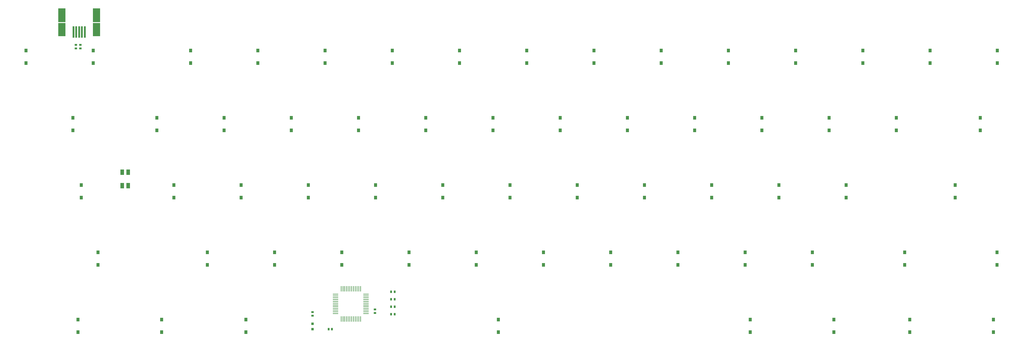
<source format=gbp>
G04 #@! TF.FileFunction,Paste,Bot*
%FSLAX46Y46*%
G04 Gerber Fmt 4.6, Leading zero omitted, Abs format (unit mm)*
G04 Created by KiCad (PCBNEW (2015-02-28 BZR 5464)-product) date 5/23/2015 8:14:35 PM*
%MOMM*%
G01*
G04 APERTURE LIST*
%ADD10C,0.150000*%
%ADD11R,0.600000X0.650000*%
%ADD12R,0.650000X0.600000*%
%ADD13R,0.797560X0.797560*%
%ADD14R,1.100000X1.600000*%
%ADD15R,1.498600X0.248920*%
%ADD16R,0.248920X1.498600*%
%ADD17R,0.850900X1.000760*%
%ADD18R,2.050000X4.000000*%
%ADD19R,2.050000X3.700000*%
%ADD20R,0.500000X3.250000*%
G04 APERTURE END LIST*
D10*
D11*
X169900000Y-147400000D03*
X168900000Y-147400000D03*
X168900000Y-151600000D03*
X169900000Y-151600000D03*
X169900000Y-149500000D03*
X168900000Y-149500000D03*
D12*
X164338000Y-150249000D03*
X164338000Y-151249000D03*
D11*
X169900000Y-145300000D03*
X168900000Y-145300000D03*
D12*
X146668000Y-151038000D03*
X146668000Y-152038000D03*
D13*
X146668000Y-154344700D03*
X146668000Y-155843300D03*
D12*
X79565500Y-75350800D03*
X79565500Y-76350800D03*
X80825000Y-75350800D03*
X80825000Y-76350800D03*
D11*
X151178000Y-155856000D03*
X152178000Y-155856000D03*
D14*
X94409300Y-115248000D03*
X92708400Y-115248000D03*
X94409300Y-111448000D03*
X92707500Y-111448000D03*
D15*
X161777680Y-145968720D03*
X161777680Y-146469100D03*
X161777680Y-146969480D03*
X161777680Y-147467320D03*
X161777680Y-147967700D03*
X161777680Y-148468080D03*
X161777680Y-148965920D03*
X161777680Y-149466300D03*
X161777680Y-149966680D03*
X161777680Y-150464520D03*
X161777680Y-150964900D03*
X161777680Y-151465280D03*
D16*
X160228280Y-153014680D03*
X159727900Y-153014680D03*
X159227520Y-153014680D03*
X158729680Y-153014680D03*
X158229300Y-153014680D03*
X157728920Y-153014680D03*
X157231080Y-153014680D03*
X156730700Y-153014680D03*
X156230320Y-153014680D03*
X155732480Y-153014680D03*
X155232100Y-153014680D03*
X154731720Y-153014680D03*
D15*
X153182320Y-151465280D03*
X153182320Y-150964900D03*
X153182320Y-150464520D03*
X153182320Y-149966680D03*
X153182320Y-149466300D03*
X153182320Y-148965920D03*
X153182320Y-148468080D03*
X153182320Y-147967700D03*
X153182320Y-147467320D03*
X153182320Y-146969480D03*
X153182320Y-146469100D03*
X153182320Y-145968720D03*
D16*
X154731720Y-144419320D03*
X155232100Y-144419320D03*
X155732480Y-144419320D03*
X156230320Y-144419320D03*
X156730700Y-144419320D03*
X157231080Y-144419320D03*
X157728920Y-144419320D03*
X158229300Y-144419320D03*
X158729680Y-144419320D03*
X159227520Y-144419320D03*
X159727900Y-144419320D03*
X160228280Y-144419320D03*
D17*
X339598000Y-156692600D03*
X339598000Y-153192480D03*
X315849000Y-156692600D03*
X315849000Y-153192480D03*
X294386000Y-156692600D03*
X294386000Y-153192480D03*
X270637000Y-156692600D03*
X270637000Y-153192480D03*
X199263000Y-156692600D03*
X199263000Y-153192480D03*
X127762000Y-156692600D03*
X127762000Y-153192480D03*
X103886000Y-156692600D03*
X103886000Y-153192480D03*
X80137000Y-156692600D03*
X80137000Y-153192480D03*
X340638000Y-137642600D03*
X340638000Y-134142480D03*
X314444000Y-137642600D03*
X314444000Y-134142480D03*
X288290000Y-137642600D03*
X288290000Y-134142480D03*
X269240000Y-137642600D03*
X269240000Y-134142480D03*
X250190000Y-137642600D03*
X250190000Y-134142480D03*
X231140000Y-137642600D03*
X231140000Y-134142480D03*
X212090000Y-137642600D03*
X212090000Y-134142480D03*
X193040000Y-137642600D03*
X193040000Y-134142480D03*
X173990000Y-137642600D03*
X173990000Y-134142480D03*
X154940000Y-137642600D03*
X154940000Y-134142480D03*
X135890000Y-137642600D03*
X135890000Y-134142480D03*
X116840000Y-137642600D03*
X116840000Y-134142480D03*
X85843800Y-137642600D03*
X85843800Y-134142480D03*
X328731000Y-118592600D03*
X328731000Y-115092480D03*
X297815000Y-118592600D03*
X297815000Y-115092480D03*
X278765000Y-118592600D03*
X278765000Y-115092480D03*
X259715000Y-118592600D03*
X259715000Y-115092480D03*
X240665000Y-118592600D03*
X240665000Y-115092480D03*
X221615000Y-118592600D03*
X221615000Y-115092480D03*
X202565000Y-118592600D03*
X202565000Y-115092480D03*
X183515000Y-118592600D03*
X183515000Y-115092480D03*
X164465000Y-118592600D03*
X164465000Y-115092480D03*
X145415000Y-118592600D03*
X145415000Y-115092480D03*
X126365000Y-118592600D03*
X126365000Y-115092480D03*
X107315000Y-118592600D03*
X107315000Y-115092480D03*
X81082500Y-118592600D03*
X81082500Y-115092480D03*
X335875000Y-99542600D03*
X335875000Y-96042480D03*
X312102000Y-99542600D03*
X312102000Y-96042480D03*
X293052000Y-99542600D03*
X293052000Y-96042480D03*
X274002000Y-99542600D03*
X274002000Y-96042480D03*
X254952000Y-99542600D03*
X254952000Y-96042480D03*
X235902000Y-99542600D03*
X235902000Y-96042480D03*
X216852000Y-99542600D03*
X216852000Y-96042480D03*
X197802000Y-99542600D03*
X197802000Y-96042480D03*
X178752000Y-99542600D03*
X178752000Y-96042480D03*
X159702000Y-99542600D03*
X159702000Y-96042480D03*
X140652000Y-99542600D03*
X140652000Y-96042480D03*
X121602000Y-99542600D03*
X121602000Y-96042480D03*
X102552000Y-99542600D03*
X102552000Y-96042480D03*
X78740000Y-99542600D03*
X78740000Y-96042480D03*
X340678000Y-80492600D03*
X340678000Y-76992480D03*
X321628000Y-80492600D03*
X321628000Y-76992480D03*
X302578000Y-80492600D03*
X302578000Y-76992480D03*
X283528000Y-80492600D03*
X283528000Y-76992480D03*
X264478000Y-80492600D03*
X264478000Y-76992480D03*
X245428000Y-80492600D03*
X245428000Y-76992480D03*
X226378000Y-80492600D03*
X226378000Y-76992480D03*
X207328000Y-80492600D03*
X207328000Y-76992480D03*
X188278000Y-80492600D03*
X188278000Y-76992480D03*
X169228000Y-80492600D03*
X169228000Y-76992480D03*
X150178000Y-80492600D03*
X150178000Y-76992480D03*
X131128000Y-80492600D03*
X131128000Y-76992480D03*
X112078000Y-80492600D03*
X112078000Y-76992480D03*
X84455000Y-80492600D03*
X84455000Y-76992480D03*
X65405000Y-80492600D03*
X65405000Y-76992480D03*
D18*
X75565000Y-66928800D03*
X85415000Y-66928800D03*
D19*
X75565000Y-71028800D03*
X85415000Y-71028800D03*
D20*
X80490000Y-71678800D03*
X78890000Y-71678800D03*
X79690000Y-71678800D03*
X81290000Y-71678800D03*
X82090000Y-71678800D03*
M02*

</source>
